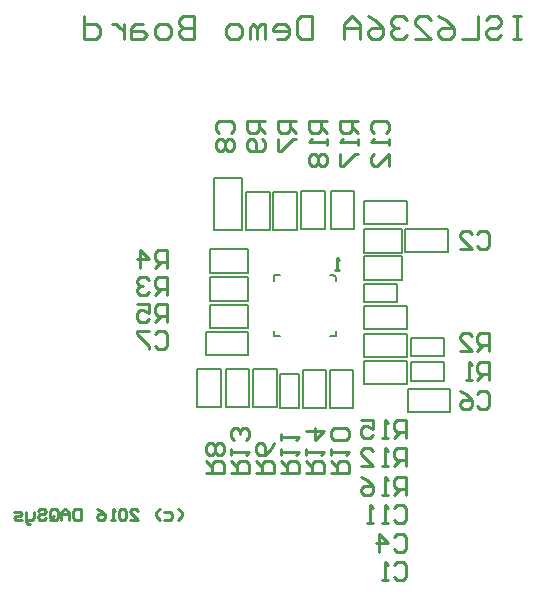
<source format=gbo>
G04 Layer_Color=32896*
%FSLAX44Y44*%
%MOMM*%
G71*
G01*
G75*
%ADD21C,0.2540*%
%ADD29C,0.2000*%
D21*
X283750Y272250D02*
X280418D01*
X282084D01*
Y282247D01*
X283750Y280581D01*
X147168Y60250D02*
X150500Y63582D01*
Y66915D01*
X147168Y70247D01*
X135505Y66915D02*
X140503D01*
X142169Y65248D01*
Y61916D01*
X140503Y60250D01*
X135505D01*
X132173D02*
X128840Y63582D01*
Y66915D01*
X132173Y70247D01*
X107181Y60250D02*
X113845D01*
X107181Y66915D01*
Y68581D01*
X108847Y70247D01*
X112179D01*
X113845Y68581D01*
X103848D02*
X102182Y70247D01*
X98850D01*
X97184Y68581D01*
Y61916D01*
X98850Y60250D01*
X102182D01*
X103848Y61916D01*
Y68581D01*
X93852Y60250D02*
X90519D01*
X92185D01*
Y70247D01*
X93852Y68581D01*
X78857Y70247D02*
X82189Y68581D01*
X85521Y65248D01*
Y61916D01*
X83855Y60250D01*
X80523D01*
X78857Y61916D01*
Y63582D01*
X80523Y65248D01*
X85521D01*
X65527Y70247D02*
Y60250D01*
X60529D01*
X58863Y61916D01*
Y68581D01*
X60529Y70247D01*
X65527D01*
X55531Y60250D02*
Y66915D01*
X52198Y70247D01*
X48866Y66915D01*
Y60250D01*
Y65248D01*
X55531D01*
X38869Y61916D02*
Y68581D01*
X40535Y70247D01*
X43868D01*
X45534Y68581D01*
Y61916D01*
X43868Y60250D01*
X40535D01*
X42202Y63582D02*
X38869Y60250D01*
X40535D02*
X38869Y61916D01*
X28873Y68581D02*
X30539Y70247D01*
X33871D01*
X35537Y68581D01*
Y66915D01*
X33871Y65248D01*
X30539D01*
X28873Y63582D01*
Y61916D01*
X30539Y60250D01*
X33871D01*
X35537Y61916D01*
X25540Y66915D02*
Y61916D01*
X23874Y60250D01*
X18876D01*
Y58584D01*
X20542Y56918D01*
X22208D01*
X18876Y60250D02*
Y66915D01*
X15544Y60250D02*
X10545D01*
X8879Y61916D01*
X10545Y63582D01*
X13877D01*
X15544Y65248D01*
X13877Y66915D01*
X8879D01*
X438000Y487494D02*
X431335D01*
X434668D01*
Y467500D01*
X438000D01*
X431335D01*
X408010Y484161D02*
X411342Y487494D01*
X418007D01*
X421339Y484161D01*
Y480829D01*
X418007Y477497D01*
X411342D01*
X408010Y474165D01*
Y470832D01*
X411342Y467500D01*
X418007D01*
X421339Y470832D01*
X401345Y487494D02*
Y467500D01*
X388016D01*
X368023Y487494D02*
X374687Y484161D01*
X381352Y477497D01*
Y470832D01*
X378019Y467500D01*
X371355D01*
X368023Y470832D01*
Y474165D01*
X371355Y477497D01*
X381352D01*
X348029Y467500D02*
X361358D01*
X348029Y480829D01*
Y484161D01*
X351361Y487494D01*
X358026D01*
X361358Y484161D01*
X341365D02*
X338032Y487494D01*
X331368D01*
X328035Y484161D01*
Y480829D01*
X331368Y477497D01*
X334700D01*
X331368D01*
X328035Y474165D01*
Y470832D01*
X331368Y467500D01*
X338032D01*
X341365Y470832D01*
X308042Y487494D02*
X314706Y484161D01*
X321371Y477497D01*
Y470832D01*
X318039Y467500D01*
X311374D01*
X308042Y470832D01*
Y474165D01*
X311374Y477497D01*
X321371D01*
X301377Y467500D02*
Y480829D01*
X294713Y487494D01*
X288048Y480829D01*
Y467500D01*
Y477497D01*
X301377D01*
X261390Y487494D02*
Y467500D01*
X251394D01*
X248061Y470832D01*
Y484161D01*
X251394Y487494D01*
X261390D01*
X231400Y467500D02*
X238064D01*
X241397Y470832D01*
Y477497D01*
X238064Y480829D01*
X231400D01*
X228068Y477497D01*
Y474165D01*
X241397D01*
X221403Y467500D02*
Y480829D01*
X218071D01*
X214739Y477497D01*
Y467500D01*
Y477497D01*
X211406Y480829D01*
X208074Y477497D01*
Y467500D01*
X198077D02*
X191413D01*
X188081Y470832D01*
Y477497D01*
X191413Y480829D01*
X198077D01*
X201410Y477497D01*
Y470832D01*
X198077Y467500D01*
X161422Y487494D02*
Y467500D01*
X151426D01*
X148093Y470832D01*
Y474165D01*
X151426Y477497D01*
X161422D01*
X151426D01*
X148093Y480829D01*
Y484161D01*
X151426Y487494D01*
X161422D01*
X138097Y467500D02*
X131432D01*
X128100Y470832D01*
Y477497D01*
X131432Y480829D01*
X138097D01*
X141429Y477497D01*
Y470832D01*
X138097Y467500D01*
X118103Y480829D02*
X111439D01*
X108106Y477497D01*
Y467500D01*
X118103D01*
X121435Y470832D01*
X118103Y474165D01*
X108106D01*
X101442Y480829D02*
Y467500D01*
Y474165D01*
X98110Y477497D01*
X94777Y480829D01*
X91445D01*
X68119Y487494D02*
Y467500D01*
X78116D01*
X81448Y470832D01*
Y477497D01*
X78116Y480829D01*
X68119D01*
X330593Y22196D02*
X333133Y24735D01*
X338211D01*
X340750Y22196D01*
Y12039D01*
X338211Y9500D01*
X333133D01*
X330593Y12039D01*
X325515Y9500D02*
X320437D01*
X322976D01*
Y24735D01*
X325515Y22196D01*
X401093Y302696D02*
X403633Y305235D01*
X408711D01*
X411250Y302696D01*
Y292539D01*
X408711Y290000D01*
X403633D01*
X401093Y292539D01*
X385858Y290000D02*
X396015D01*
X385858Y300157D01*
Y302696D01*
X388397Y305235D01*
X393476D01*
X396015Y302696D01*
X330593Y46296D02*
X333133Y48835D01*
X338211D01*
X340750Y46296D01*
Y36139D01*
X338211Y33600D01*
X333133D01*
X330593Y36139D01*
X317897Y33600D02*
Y48835D01*
X325515Y41217D01*
X315358D01*
X401093Y166946D02*
X403633Y169485D01*
X408711D01*
X411250Y166946D01*
Y156789D01*
X408711Y154250D01*
X403633D01*
X401093Y156789D01*
X385858Y169485D02*
X390937Y166946D01*
X396015Y161868D01*
Y156789D01*
X393476Y154250D01*
X388397D01*
X385858Y156789D01*
Y159328D01*
X388397Y161868D01*
X396015D01*
X128093Y217696D02*
X130632Y220235D01*
X135711D01*
X138250Y217696D01*
Y207539D01*
X135711Y205000D01*
X130632D01*
X128093Y207539D01*
X123015Y220235D02*
X112858D01*
Y217696D01*
X123015Y207539D01*
Y205000D01*
X182304Y388593D02*
X179765Y391133D01*
Y396211D01*
X182304Y398750D01*
X192461D01*
X195000Y396211D01*
Y391133D01*
X192461Y388593D01*
X182304Y383515D02*
X179765Y380976D01*
Y375897D01*
X182304Y373358D01*
X184843D01*
X187383Y375897D01*
X189922Y373358D01*
X192461D01*
X195000Y375897D01*
Y380976D01*
X192461Y383515D01*
X189922D01*
X187383Y380976D01*
X184843Y383515D01*
X182304D01*
X187383Y380976D02*
Y375897D01*
X330593Y70396D02*
X333133Y72935D01*
X338211D01*
X340750Y70396D01*
Y60239D01*
X338211Y57700D01*
X333133D01*
X330593Y60239D01*
X325515Y57700D02*
X320437D01*
X322976D01*
Y72935D01*
X325515Y70396D01*
X312819Y57700D02*
X307741D01*
X310280D01*
Y72935D01*
X312819Y70396D01*
X313804Y388593D02*
X311265Y391133D01*
Y396211D01*
X313804Y398750D01*
X323961D01*
X326500Y396211D01*
Y391133D01*
X323961Y388593D01*
X326500Y383515D02*
Y378437D01*
Y380976D01*
X311265D01*
X313804Y383515D01*
X326500Y360662D02*
Y370819D01*
X316343Y360662D01*
X313804D01*
X311265Y363201D01*
Y368280D01*
X313804Y370819D01*
X411250Y179000D02*
Y194235D01*
X403633D01*
X401093Y191696D01*
Y186618D01*
X403633Y184078D01*
X411250D01*
X406172D02*
X401093Y179000D01*
X396015D02*
X390937D01*
X393476D01*
Y194235D01*
X396015Y191696D01*
X411250Y203750D02*
Y218985D01*
X403633D01*
X401093Y216446D01*
Y211367D01*
X403633Y208828D01*
X411250D01*
X406172D02*
X401093Y203750D01*
X385858D02*
X396015D01*
X385858Y213907D01*
Y216446D01*
X388397Y218985D01*
X393476D01*
X396015Y216446D01*
X138250Y251000D02*
Y266235D01*
X130632D01*
X128093Y263696D01*
Y258617D01*
X130632Y256078D01*
X138250D01*
X133172D02*
X128093Y251000D01*
X123015Y263696D02*
X120476Y266235D01*
X115397D01*
X112858Y263696D01*
Y261157D01*
X115397Y258617D01*
X117937D01*
X115397D01*
X112858Y256078D01*
Y253539D01*
X115397Y251000D01*
X120476D01*
X123015Y253539D01*
X138250Y274000D02*
Y289235D01*
X130632D01*
X128093Y286696D01*
Y281618D01*
X130632Y279078D01*
X138250D01*
X133172D02*
X128093Y274000D01*
X115397D02*
Y289235D01*
X123015Y281618D01*
X112858D01*
X138250Y228000D02*
Y243235D01*
X130632D01*
X128093Y240696D01*
Y235618D01*
X130632Y233078D01*
X138250D01*
X133172D02*
X128093Y228000D01*
X112858Y243235D02*
X123015D01*
Y235618D01*
X117937Y238157D01*
X115397D01*
X112858Y235618D01*
Y230539D01*
X115397Y228000D01*
X120476D01*
X123015Y230539D01*
X213650Y100500D02*
X228885D01*
Y108118D01*
X226346Y110657D01*
X221268D01*
X218728Y108118D01*
Y100500D01*
Y105578D02*
X213650Y110657D01*
X228885Y125892D02*
X226346Y120813D01*
X221268Y115735D01*
X216189D01*
X213650Y118274D01*
Y123353D01*
X216189Y125892D01*
X218728D01*
X221268Y123353D01*
Y115735D01*
X247600Y398750D02*
X232365D01*
Y391133D01*
X234904Y388593D01*
X239982D01*
X242522Y391133D01*
Y398750D01*
Y393672D02*
X247600Y388593D01*
X232365Y383515D02*
Y373358D01*
X234904D01*
X245061Y383515D01*
X247600D01*
X171250Y100500D02*
X186485D01*
Y108118D01*
X183946Y110657D01*
X178867D01*
X176328Y108118D01*
Y100500D01*
Y105578D02*
X171250Y110657D01*
X183946Y115735D02*
X186485Y118274D01*
Y123353D01*
X183946Y125892D01*
X181407D01*
X178867Y123353D01*
X176328Y125892D01*
X173789D01*
X171250Y123353D01*
Y118274D01*
X173789Y115735D01*
X176328D01*
X178867Y118274D01*
X181407Y115735D01*
X183946D01*
X178867Y118274D02*
Y123353D01*
X221300Y398750D02*
X206065D01*
Y391133D01*
X208604Y388593D01*
X213682D01*
X216222Y391133D01*
Y398750D01*
Y393672D02*
X221300Y388593D01*
X218761Y383515D02*
X221300Y380976D01*
Y375897D01*
X218761Y373358D01*
X208604D01*
X206065Y375897D01*
Y380976D01*
X208604Y383515D01*
X211143D01*
X213682Y380976D01*
Y373358D01*
X277250Y100500D02*
X292485D01*
Y108118D01*
X289946Y110657D01*
X284867D01*
X282328Y108118D01*
Y100500D01*
Y105578D02*
X277250Y110657D01*
Y115735D02*
Y120813D01*
Y118274D01*
X292485D01*
X289946Y115735D01*
Y128431D02*
X292485Y130970D01*
Y136048D01*
X289946Y138588D01*
X279789D01*
X277250Y136048D01*
Y130970D01*
X279789Y128431D01*
X289946D01*
X234850Y100500D02*
X250085D01*
Y108118D01*
X247546Y110657D01*
X242467D01*
X239928Y108118D01*
Y100500D01*
Y105578D02*
X234850Y110657D01*
Y115735D02*
Y120813D01*
Y118274D01*
X250085D01*
X247546Y115735D01*
X234850Y128431D02*
Y133509D01*
Y130970D01*
X250085D01*
X247546Y128431D01*
X340750Y105900D02*
Y121135D01*
X333133D01*
X330593Y118596D01*
Y113518D01*
X333133Y110978D01*
X340750D01*
X335672D02*
X330593Y105900D01*
X325515D02*
X320437D01*
X322976D01*
Y121135D01*
X325515Y118596D01*
X302662Y105900D02*
X312819D01*
X302662Y116057D01*
Y118596D01*
X305201Y121135D01*
X310280D01*
X312819Y118596D01*
X192450Y100500D02*
X207685D01*
Y108118D01*
X205146Y110657D01*
X200068D01*
X197528Y108118D01*
Y100500D01*
Y105578D02*
X192450Y110657D01*
Y115735D02*
Y120813D01*
Y118274D01*
X207685D01*
X205146Y115735D01*
Y128431D02*
X207685Y130970D01*
Y136048D01*
X205146Y138588D01*
X202607D01*
X200068Y136048D01*
Y133509D01*
Y136048D01*
X197528Y138588D01*
X194989D01*
X192450Y136048D01*
Y130970D01*
X194989Y128431D01*
X256050Y100500D02*
X271285D01*
Y108118D01*
X268746Y110657D01*
X263668D01*
X261128Y108118D01*
Y100500D01*
Y105578D02*
X256050Y110657D01*
Y115735D02*
Y120813D01*
Y118274D01*
X271285D01*
X268746Y115735D01*
X256050Y136048D02*
X271285D01*
X263668Y128431D01*
Y138588D01*
X340750Y130000D02*
Y145235D01*
X333133D01*
X330593Y142696D01*
Y137617D01*
X333133Y135078D01*
X340750D01*
X335672D02*
X330593Y130000D01*
X325515D02*
X320437D01*
X322976D01*
Y145235D01*
X325515Y142696D01*
X302662Y145235D02*
X312819D01*
Y137617D01*
X307741Y140157D01*
X305201D01*
X302662Y137617D01*
Y132539D01*
X305201Y130000D01*
X310280D01*
X312819Y132539D01*
X340750Y81800D02*
Y97035D01*
X333133D01*
X330593Y94496D01*
Y89417D01*
X333133Y86878D01*
X340750D01*
X335672D02*
X330593Y81800D01*
X325515D02*
X320437D01*
X322976D01*
Y97035D01*
X325515Y94496D01*
X302662Y97035D02*
X307741Y94496D01*
X312819Y89417D01*
Y84339D01*
X310280Y81800D01*
X305201D01*
X302662Y84339D01*
Y86878D01*
X305201Y89417D01*
X312819D01*
X300200Y398750D02*
X284965D01*
Y391133D01*
X287504Y388593D01*
X292582D01*
X295122Y391133D01*
Y398750D01*
Y393672D02*
X300200Y388593D01*
Y383515D02*
Y378437D01*
Y380976D01*
X284965D01*
X287504Y383515D01*
X284965Y370819D02*
Y360662D01*
X287504D01*
X297661Y370819D01*
X300200D01*
X273900Y398750D02*
X258665D01*
Y391133D01*
X261204Y388593D01*
X266282D01*
X268822Y391133D01*
Y398750D01*
Y393672D02*
X273900Y388593D01*
Y383515D02*
Y378437D01*
Y380976D01*
X258665D01*
X261204Y383515D01*
Y370819D02*
X258665Y368280D01*
Y363201D01*
X261204Y360662D01*
X263743D01*
X266282Y363201D01*
X268822Y360662D01*
X271361D01*
X273900Y363201D01*
Y368280D01*
X271361Y370819D01*
X268822D01*
X266282Y368280D01*
X263743Y370819D01*
X261204D01*
X266282Y368280D02*
Y363201D01*
D29*
X339250Y195537D02*
X341000D01*
X305000D02*
X306750D01*
X305000Y175777D02*
X341000D01*
Y195537D01*
X306750D02*
X339250D01*
X305000Y175777D02*
Y195537D01*
X340003Y287240D02*
X341753D01*
X374253D02*
X376003D01*
X340003Y307000D02*
X376003D01*
X340003Y287240D02*
Y307000D01*
X341753Y287240D02*
X374253D01*
X376003D02*
Y307000D01*
X339250Y218300D02*
X341000D01*
X305000D02*
X306750D01*
X305000Y198540D02*
X341000D01*
Y218300D01*
X306750D02*
X339250D01*
X305000Y198540D02*
Y218300D01*
X376250Y171760D02*
X378000D01*
X342000D02*
X343750D01*
X342000Y152000D02*
X378000D01*
Y171760D01*
X343750D02*
X376250D01*
X342000Y152000D02*
Y171760D01*
X205250Y219997D02*
X207000D01*
X171000D02*
X172750D01*
X171000Y200237D02*
X207000D01*
Y219997D01*
X172750D02*
X205250D01*
X171000Y200237D02*
Y219997D01*
X178000Y350000D02*
X202000D01*
X178000Y306000D02*
Y350000D01*
Y306000D02*
X202000D01*
Y350000D01*
X339250Y241760D02*
X341000D01*
X305000D02*
X306750D01*
X305000Y222000D02*
X341000D01*
Y241760D01*
X306750D02*
X339250D01*
X305000Y222000D02*
Y241760D01*
X339250Y330760D02*
X341000D01*
X305000D02*
X306750D01*
X305000Y311000D02*
X341000D01*
Y330760D01*
X306750D02*
X339250D01*
X305000Y311000D02*
Y330760D01*
X345000Y178000D02*
X373000D01*
X345000Y194000D02*
X373000D01*
X345000Y178000D02*
Y194000D01*
X373000Y178000D02*
Y194000D01*
X345000Y215000D02*
X373000D01*
X345000Y199000D02*
X373000D01*
Y215000D01*
X345000Y199000D02*
Y215000D01*
X175000Y246003D02*
Y266003D01*
Y246003D02*
X207000D01*
Y266003D01*
X175000D02*
X207000D01*
Y270000D02*
Y290000D01*
X175000D02*
X207000D01*
X175000Y270000D02*
Y290000D01*
Y270000D02*
X207000D01*
X175000Y223000D02*
Y243000D01*
Y223000D02*
X207000D01*
Y243000D01*
X175000D02*
X207000D01*
X210992Y156000D02*
X230992D01*
Y188000D01*
X210992D02*
X230992D01*
X210992Y156000D02*
Y188000D01*
X228005Y338000D02*
X248005D01*
X228005Y306000D02*
Y338000D01*
Y306000D02*
X248005D01*
Y338000D01*
X164000Y188000D02*
X184000D01*
X164000Y156000D02*
Y188000D01*
Y156000D02*
X184000D01*
Y188000D01*
X205002Y306000D02*
X225002D01*
Y338000D01*
X205002D02*
X225002D01*
X205002Y306000D02*
Y338000D01*
X276003Y187775D02*
X296003D01*
X276003Y155775D02*
Y187775D01*
Y155775D02*
X296003D01*
Y187775D01*
X249995Y155775D02*
Y183775D01*
X233995Y155775D02*
Y183775D01*
Y155775D02*
X249995D01*
X233995Y183775D02*
X249995D01*
X305000Y264000D02*
Y284000D01*
Y264000D02*
X337000D01*
Y284000D01*
X305000D02*
X337000D01*
X187990Y188000D02*
X207990D01*
X187990Y156000D02*
Y188000D01*
Y156000D02*
X207990D01*
Y188000D01*
X252997Y187775D02*
X272997D01*
X252997Y155775D02*
Y187775D01*
Y155775D02*
X272997D01*
Y187775D01*
X305000Y287003D02*
Y307003D01*
Y287003D02*
X337000D01*
Y307003D01*
X305000D02*
X337000D01*
X305000Y244762D02*
X333000D01*
X305000Y260763D02*
X333000D01*
X305000Y244762D02*
Y260763D01*
X333000Y244762D02*
Y260763D01*
X276930Y307000D02*
X296930D01*
Y339000D01*
X276930D02*
X296930D01*
X276930Y307000D02*
Y339000D01*
X252000Y307000D02*
X272000D01*
Y339000D01*
X252000D02*
X272000D01*
X252000Y307000D02*
Y339000D01*
X281000Y263000D02*
Y266000D01*
Y216000D02*
Y221000D01*
X276000Y216000D02*
X281000D01*
X229000D02*
X234000D01*
X229000D02*
Y221000D01*
Y263000D02*
Y268000D01*
X234000D01*
X276000D02*
X279000D01*
X281000Y266000D01*
M02*

</source>
